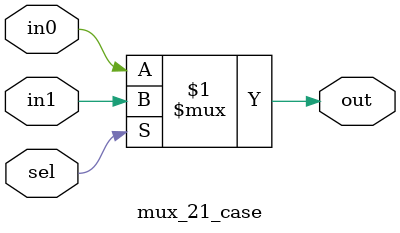
<source format=v>
`timescale 1ns / 1ps
module mux_21_case(in0, in1, sel, out);
input sel;
input in0;
input in1;
output out;


assign out= (sel)?in1:in0;



endmodule

</source>
